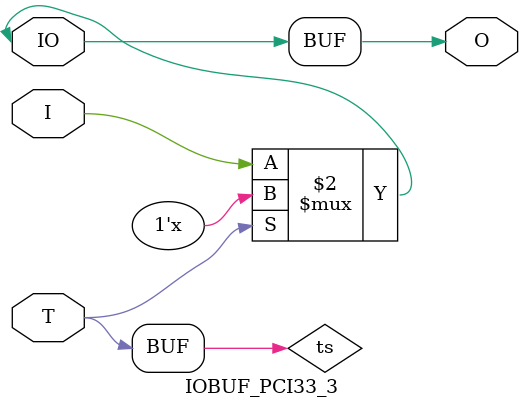
<source format=v>

/*

FUNCTION	: INPUT TRI-STATE OUTPUT BUFFER

*/

`celldefine
`timescale  100 ps / 10 ps

module IOBUF_PCI33_3 (O, IO, I, T);

    output O;

    inout  IO;

    input  I, T;

    or O1 (ts, 1'b0, T);
    bufif0 T1 (IO, I, ts);

    buf B1 (O, IO);

endmodule

</source>
